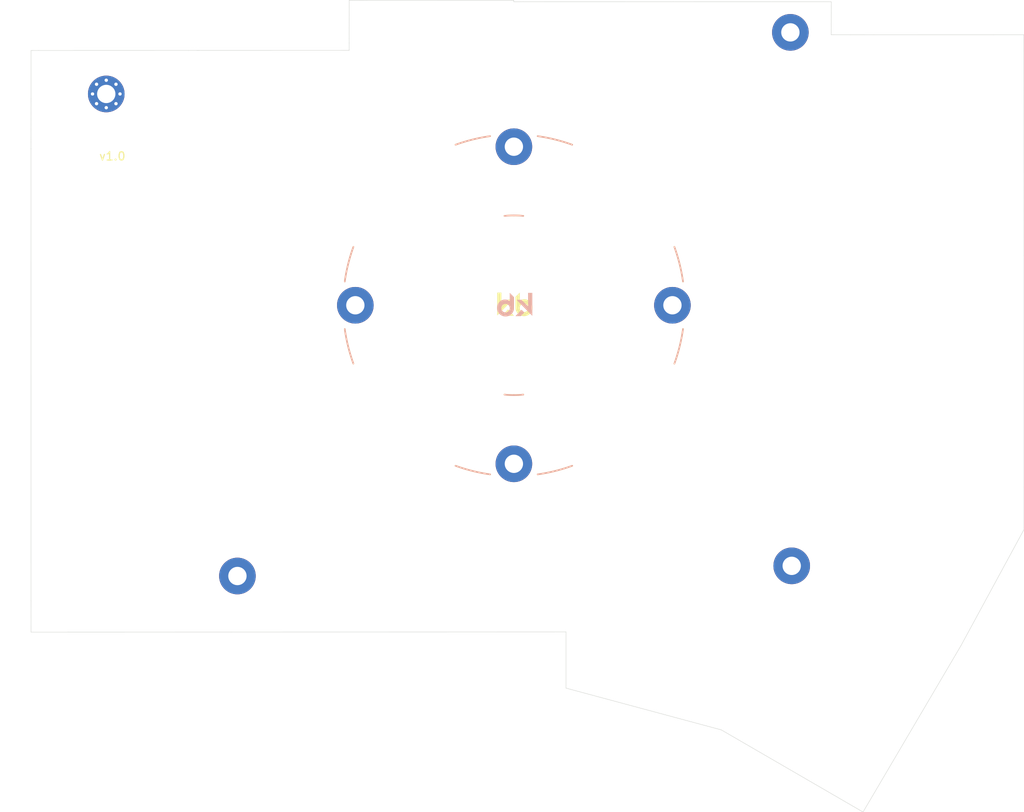
<source format=kicad_pcb>
(kicad_pcb (version 20211014) (generator pcbnew)
  (title_block (title "TOTEM split keyboard") (date "2022-11-03") (rev "0.3") (comment 1 "Made by GEIST"))
  (layers (0 "F.Cu" signal) (31 "B.Cu" signal) (34 "B.Paste" user) (35 "F.Paste" user) (36 "B.SilkS" user "B.Silkscreen") (37 "F.SilkS" user "F.Silkscreen") (38 "B.Mask" user) (39 "F.Mask" user) (44 "Edge.Cuts" user))
  (net 0 "")
  (footprint "MountingHole:MountingHole_2.2mm_M2_Pad_Via" (layer "F.Cu") (at 34.847662 54.186518)
    (fp_text reference "Mounting 04" hide)
    (fp_text value "MountingHole_2.2mm_M2_Pad_Via")
    (pad "1" thru_hole circle locked (at 1.65 0) (size 0.7 0.7) (drill 0.4) (layers F&B.Cu *.Mask))
    (pad "1" thru_hole circle locked (at 1.166726 1.166726) (size 0.7 0.7) (drill 0.4) (layers F&B.Cu *.Mask))
    (pad "1" thru_hole circle locked (at 0 -1.65) (size 0.7 0.7) (drill 0.4) (layers F&B.Cu *.Mask))
    (pad "1" thru_hole circle locked (at -1.65 0) (size 0.7 0.7) (drill 0.4) (layers F&B.Cu *.Mask))
    (pad "1" thru_hole circle locked (at -1.166726 1.166726) (size 0.7 0.7) (drill 0.4) (layers F&B.Cu *.Mask))
    (pad "1" thru_hole circle locked (at -1.166726 -1.166726) (size 0.7 0.7) (drill 0.4) (layers F&B.Cu *.Mask))
    (pad "1" thru_hole circle locked (at 0 0) (size 4.4 4.4) (drill 2.2) (layers F&B.Cu *.Mask))
    (pad "1" thru_hole circle locked (at 0 1.65) (size 0.7 0.7) (drill 0.4) (layers F&B.Cu *.Mask))
    (pad "1" thru_hole circle locked (at 1.166726 -1.166726) (size 0.7 0.7) (drill 0.4) (layers F&B.Cu *.Mask))
  )
  (footprint "kbd:Tenting_Puck2" (layer "F.Cu") (at 83.825 79.575)
    (fp_text reference "REF**")
    (fp_text value "Tenting Puck")
    (fp_arc (start 20.32 2.8575) (mid 19.91151 4.959786) (end 19.286134 7.008048) (layer "B.SilkS") (width 0.2))
    (fp_arc (start -1.128385 -10.735864) (mid -0.564967 -10.780206) (end 0 -10.795) (layer "B.SilkS") (width 0.2))
    (fp_arc (start -20.32 -2.8575) (mid -19.91151 -4.959784) (end -19.286136 -7.008044) (layer "B.SilkS") (width 0.2))
    (fp_arc (start 0 10.795) (mid -0.564967 10.780206) (end -1.128385 10.735864) (layer "B.SilkS") (width 0.2))
    (fp_arc (start -7.008046 -19.286135) (mid -4.959785 -19.91151) (end -2.8575 -20.32) (layer "B.SilkS") (width 0.2))
    (fp_arc (start 1.128385 10.735864) (mid 0.564967 10.780206) (end 0 10.795) (layer "B.SilkS") (width 0.2))
    (fp_arc (start 7.008045 19.286135) (mid 4.959785 19.91151) (end 2.8575 20.32) (layer "B.SilkS") (width 0.2))
    (fp_arc (start -19.286135 7.008046) (mid -19.91151 4.959785) (end -20.32 2.8575) (layer "B.SilkS") (width 0.2))
    (fp_arc (start 19.286134 -7.008048) (mid 19.91151 -4.959786) (end 20.32 -2.8575) (layer "B.SilkS") (width 0.2))
    (fp_arc (start 2.8575 -20.32) (mid 4.959787 -19.91151) (end 7.008049 -19.286134) (layer "B.SilkS") (width 0.2))
    (fp_arc (start 0 -10.795) (mid 0.564967 -10.780206) (end 1.128385 -10.735864) (layer "B.SilkS") (width 0.2))
    (fp_arc (start -2.8575 20.32) (mid -4.959785 19.91151) (end -7.008045 19.286135) (layer "B.SilkS") (width 0.2))
    (fp_poly (pts (xy 0.904718 0.554575) (xy 0.882015 0.577438) (xy 0.847536 0.612969) (xy 0.803267 0.659061) (xy 0.7512 0.713607) (xy 0.693321 0.774501) (xy 0.631622 0.839636) (xy 0.568089 0.906906) (xy 0.504714 0.974204) (xy 0.443484 1.039423) (xy 0.386388 1.100458) (xy 0.335416 1.155201) (xy 0.292556 1.201546) (xy 0.259798 1.237386) (xy 0.23913 1.260615) (xy 0.236837 1.263306) (xy 0.208536 1.296941) (xy 0.82855 1.296941) (xy 1.0019 1.120872) (xy 1.055642 1.066129) (xy 1.105925 1.014616) (xy 1.149741 0.969436) (xy 1.184087 0.93369) (xy 1.205955 0.910481) (xy 1.209132 0.906989) (xy 1.243014 0.869174) (xy 1.081979 0.70783) (xy 1.032266 0.658375) (xy 0.988042 0.61505) (xy 0.951895 0.580337) (xy 0.926413 0.556717) (xy 0.914184 0.546669) (xy 0.913653 0.546486) (xy 0.904718 0.554575)) (layer "B.SilkS") (width 0.01) (fill solid))
    (fp_poly (pts (xy 1.711498 0.148044) (xy 0.908552 -0.654656) (xy 0.620184 -0.651562) (xy 0.331816 -0.648469) (xy 1.17904 0.211668) (xy 1.296965 0.331391) (xy 1.411764 0.44794) (xy 1.522218 0.56008) (xy 1.62711 0.666573) (xy 1.725222 0.766184) (xy 1.815337 0.857677) (xy 1.896236 0.939814) (xy 1.966703 1.011359) (xy 2.025519 1.071077) (xy 2.071466 1.117731) (xy 2.103327 1.150084) (xy 2.117108 1.16408) (xy 2.207952 1.256356) (xy 2.207952 -1.485514) (xy 1.711498 -1.485514) (xy 1.711498 0.148044)) (layer "B.SilkS") (width 0.01) (fill solid))
    (fp_poly (pts (xy -0.493536 -0.986173) (xy -0.493728 -0.881933) (xy -0.494217 -0.785188) (xy -0.494967 -0.698302) (xy -0.495943 -0.62364) (xy -0.497112 -0.563565) (xy -0.498439 -0.520442) (xy -0.499888 -0.496635) (xy -0.500796 -0.492605) (xy -0.513227 -0.498919) (xy -0.538073 -0.515262) (xy -0.562207 -0.532464) (xy -0.676904 -0.603186) (xy -0.79912 -0.65229) (xy -0.929503 -0.679966) (xy -1.068704 -0.686404) (xy -1.086516 -0.685736) (xy -1.176151 -0.679184) (xy -1.252634 -0.667247) (xy -1.324286 -0.647755) (xy -1.399424 -0.618538) (xy -1.469275 -0.585899) (xy -1.597208 -0.510606) (xy -1.710128 -0.418626) (xy -1.807022 -0.311637) (xy -1.88688 -0.191312) (xy -1.94869 -0.059327) (xy -1.991442 0.082642) (xy -2.014123 0.232921) (xy -2.017684 0.322591) (xy -2.007393 0.475069) (xy -1.976037 0.619633) (xy -1.922892 0.758869) (xy -1.865637 0.865788) (xy -1.779925 0.986081) (xy -1.678312 1.09093) (xy -1.562979 1.179252) (xy -1.436104 1.249966) (xy -1.299868 1.301989) (xy -1.156449 1.334242) (xy -1.008028 1.345641) (xy -0.907782 1.341158) (xy -0.763174 1.316277) (xy -0.622606 1.270002) (xy -0.489433 1.204023) (xy -0.367013 1.120026) (xy -0.258701 1.0197) (xy -0.250307 1.010534) (xy -0.169176 0.906414) (xy -0.099484 0.788232) (xy -0.044318 0.662369) (xy -0.006765 0.535209) (xy 0.002104 0.488759) (xy 0.004717 0.460364) (xy 0.007062 0.410292) (xy 0.008531 0.359958) (xy -0.487807 0.359958) (xy -0.498379 0.457507) (xy -0.528811 0.551526) (xy -0.557465 0.605671) (xy -0.624399 0.693954) (xy -0.70388 0.764831) (xy -0.793312 0.817324) (xy -0.890098 0.850456) (xy -0.991639 0.86325) (xy -1.09534 0.854729) (xy -1.168167 0.835441) (xy -1.211164 0.819355) (xy -1.252069 0.801995) (xy -1.268236 0.794219) (xy -1.313522 0.763215) (xy -1.362845 0.717021) (xy -1.410902 0.661565) (xy -1.452387 0.602771) (xy -1.473875 0.564444) (xy -1.494056 0.520198) (xy -1.506701 0.48159) (xy -1.514058 0.439298) (xy -1.518376 0.383995) (xy -1.518658 0.378705) (xy -1.51529 0.27146) (xy -1.492434 0.173568) (xy -1.448782 0.080145) (xy -1.431012 0.051616) (xy -1.36647 -0.026288) (xy -1.287653 -0.088458) (xy -1.198017 -0.133954) (xy -1.101018 -0.161832) (xy -1.000114 -0.171152) (xy -0.898762 -0.16097) (xy -0.800416 -0.130345) (xy -0.786413 -0.124059) (xy -0.698461 -0.07111) (xy -0.624471 -0.002896) (xy -0.565428 0.07745) (xy -0.522315 0.166797) (xy -0.496113 0.26201) (xy -0.487807 0.359958) (xy 0.008531 0.359958) (xy 0.009115 0.339955) (xy 0.010854 0.250766) (xy 0.012257 0.144137) (xy 0.013301 0.021481) (xy 0.013965 -0.115791) (xy 0.014226 -0.266265) (xy 0.014229 -0.278001) (xy 0.014316 -0.969715) (xy -0.493388 -1.479741) (xy -0.493536 -0.986173)) (layer "B.SilkS") (width 0.01) (fill solid))
    (fp_arc (start 2.8575 -20.32) (mid 4.959786 -19.91151) (end 7.008047 -19.286134) (layer "F.SilkS") (width 0.2))
    (fp_arc (start 0 -10.795) (mid 0.564967 -10.780206) (end 1.128385 -10.735864) (layer "F.SilkS") (width 0.2))
    (fp_arc (start 0 10.795) (mid -0.564967 10.780206) (end -1.128385 10.735864) (layer "F.SilkS") (width 0.2))
    (fp_arc (start -19.286134 7.008047) (mid -19.91151 4.959786) (end -20.32 2.8575) (layer "F.SilkS") (width 0.2))
    (fp_arc (start -7.008048 -19.286134) (mid -4.959786 -19.91151) (end -2.8575 -20.32) (layer "F.SilkS") (width 0.2))
    (fp_arc (start -2.8575 20.32) (mid -4.959785 19.91151) (end -7.008046 19.286135) (layer "F.SilkS") (width 0.2))
    (fp_arc (start 1.128385 10.735864) (mid 0.564967 10.780206) (end 0 10.795) (layer "F.SilkS") (width 0.2))
    (fp_arc (start -1.128385 -10.735864) (mid -0.564967 -10.780206) (end 0 -10.795) (layer "F.SilkS") (width 0.2))
    (fp_arc (start 19.286135 -7.008045) (mid 19.91151 -4.959785) (end 20.32 -2.8575) (layer "F.SilkS") (width 0.2))
    (fp_arc (start -20.32 -2.8575) (mid -19.91151 -4.959786) (end -19.286134 -7.008048) (layer "F.SilkS") (width 0.2))
    (fp_arc (start 20.32 2.8575) (mid 19.91151 4.959785) (end 19.286135 7.008046) (layer "F.SilkS") (width 0.2))
    (fp_arc (start 7.008047 19.286134) (mid 4.959786 19.91151) (end 2.8575 20.32) (layer "F.SilkS") (width 0.2))
    (fp_poly (pts (xy 0.705279 -1.02235) (xy 0.705471 -0.91811) (xy 0.70596 -0.821365) (xy 0.70671 -0.734479) (xy 0.707686 -0.659817) (xy 0.708855 -0.599742) (xy 0.710182 -0.556619) (xy 0.711631 -0.532812) (xy 0.712539 -0.528782) (xy 0.72497 -0.535096) (xy 0.749816 -0.551439) (xy 0.77395 -0.568641) (xy 0.888647 -0.639363) (xy 1.010863 -0.688467) (xy 1.141246 -0.716143) (xy 1.280447 -0.722581) (xy 1.298259 -0.721913) (xy 1.387894 -0.715361) (xy 1.464377 -0.703424) (xy 1.536029 -0.683932) (xy 1.611167 -0.654715) (xy 1.681018 -0.622076) (xy 1.808951 -0.546783) (xy 1.921871 -0.454803) (xy 2.018765 -0.347814) (xy 2.098623 -0.227489) (xy 2.160433 -0.095504) (xy 2.203185 0.046465) (xy 2.225866 0.196744) (xy 2.229427 0.286414) (xy 2.219136 0.438892) (xy 2.18778 0.583456) (xy 2.134635 0.722692) (xy 2.07738 0.829611) (xy 1.991668 0.949904) (xy 1.890055 1.054753) (xy 1.774722 1.143075) (xy 1.647847 1.213789) (xy 1.511611 1.265812) (xy 1.368192 1.298065) (xy 1.219771 1.309464) (xy 1.119525 1.304981) (xy 0.974917 1.2801) (xy 0.834349 1.233825) (xy 0.701176 1.167846) (xy 0.578756 1.083849) (xy 0.470444 0.983523) (xy 0.46205 0.974357) (xy 0.380919 0.870237) (xy 0.311227 0.752055) (xy 0.256061 0.626192) (xy 0.218508 0.499032) (xy 0.209639 0.452582) (xy 0.207026 0.424187) (xy 0.204681 0.374115) (xy 0.203212 0.323781) (xy 0.69955 0.323781) (xy 0.710122 0.42133) (xy 0.740554 0.515349) (xy 0.769208 0.569494) (xy 0.836142 0.657777) (xy 0.915623 0.728654) (xy 1.005055 0.781147) (xy 1.101841 0.814279) (xy 1.203382 0.827073) (xy 1.307083 0.818552) (xy 1.37991 0.799264) (xy 1.422907 0.783178) (xy 1.463812 0.765818) (xy 1.479979 0.758042) (xy 1.525265 0.727038) (xy 1.574588 0.680844) (xy 1.622645 0.625388) (xy 1.66413 0.566594) (xy 1.685618 0.528267) (xy 1.705799 0.484021) (xy 1.718444 0.445413) (xy 1.725801 0.403121) (xy 1.730119 0.347818) (xy 1.730401 0.342528) (xy 1.727033 0.235283) (xy 1.704177 0.137391) (xy 1.660525 0.043968) (xy 1.642755 0.015439) (xy 1.578213 -0.062465) (xy 1.499396 -0.124635) (xy 1.40976 -0.170131) (xy 1.312761 -0.198009) (xy 1.211857 -0.207329) (xy 1.110505 -0.197147) (xy 1.012159 -0.166522) (xy 0.998156 -0.160236) (xy 0.910204 -0.107287) (xy 0.836214 -0.039073) (xy 0.777171 0.041273) (xy 0.734058 0.13062) (xy 0.707856 0.225833) (xy 0.69955 0.323781) (xy 0.203212 0.323781) (xy 0.202628 0.303778) (xy 0.200889 0.214589) (xy 0.199486 0.10796) (xy 0.198442 -0.014696) (xy 0.197778 -0.151968) (xy 0.197517 -0.302442) (xy 0.197514 -0.314178) (xy 0.197427 -1.005892) (xy 0.705131 -1.515918) (xy 0.705279 -1.02235)) (layer "F.SilkS") (width 0.01) (fill solid))
    (fp_poly (pts (xy -0.692975 0.518398) (xy -0.670272 0.541261) (xy -0.635793 0.576792) (xy -0.591524 0.622884) (xy -0.539457 0.67743) (xy -0.481578 0.738324) (xy -0.419879 0.803459) (xy -0.356346 0.870729) (xy -0.292971 0.938027) (xy -0.231741 1.003246) (xy -0.174645 1.064281) (xy -0.123673 1.119024) (xy -0.080813 1.165369) (xy -0.048055 1.201209) (xy -0.027387 1.224438) (xy -0.025094 1.227129) (xy 0.003207 1.260764) (xy -0.616807 1.260764) (xy -0.790157 1.084695) (xy -0.843899 1.029952) (xy -0.894182 0.978439) (xy -0.937998 0.933259) (xy -0.972344 0.897513) (xy -0.994212 0.874304) (xy -0.997389 0.870812) (xy -1.031271 0.832997) (xy -0.870236 0.671653) (xy -0.820523 0.622198) (xy -0.776299 0.578873) (xy -0.740152 0.54416) (xy -0.71467 0.52054) (xy -0.702441 0.510492) (xy -0.70191 0.510309) (xy -0.692975 0.518398)) (layer "F.SilkS") (width 0.01) (fill solid))
    (fp_poly (pts (xy -1.499755 0.111867) (xy -0.696809 -0.690833) (xy -0.408441 -0.687739) (xy -0.120073 -0.684646) (xy -0.967297 0.175491) (xy -1.085222 0.295214) (xy -1.200021 0.411763) (xy -1.310475 0.523903) (xy -1.415367 0.630396) (xy -1.513479 0.730007) (xy -1.603594 0.8215) (xy -1.684493 0.903637) (xy -1.75496 0.975182) (xy -1.813776 1.0349) (xy -1.859723 1.081554) (xy -1.891584 1.113907) (xy -1.905365 1.127903) (xy -1.996209 1.220179) (xy -1.996209 -1.521691) (xy -1.499755 -1.521691) (xy -1.499755 0.111867)) (layer "F.SilkS") (width 0.01) (fill solid))
    (pad "1" thru_hole circle locked (at -19.05 0) (size 4.4 4.4) (drill 2.2) (layers F&B.Cu *.Mask))
    (pad "1" thru_hole circle locked (at 19.05 0) (size 4.4 4.4) (drill 2.2) (layers F&B.Cu *.Mask))
    (pad "1" thru_hole circle locked (at 0 -19.05) (size 4.4 4.4) (drill 2.2) (layers F&B.Cu *.Mask))
    (pad "1" thru_hole circle locked (at 0 19.05) (size 4.4 4.4) (drill 2.2) (layers F&B.Cu *.Mask))
  )
  (footprint "" (layer "F.Cu") (at 50.607662 112.106518)
    (fp_text reference "" (at 0 0) (layer "F.SilkS") (effects (font (size 1.27 1.27))))
    (fp_text value "" (at 0 0) (layer "F.SilkS") (effects (font (size 1.27 1.27))))
    (pad "1" thru_hole circle locked (at 0 0) (size 4.4 4.4) (drill 2.2) (layers F&B.Cu *.Mask))
  )
  (footprint "" (layer "F.Cu") (at 117.047662 46.786518)
    (fp_text reference "" (at 0 0) (layer "F.SilkS") (effects (font (size 1.27 1.27))))
    (fp_text value "" (at 0 0) (layer "F.SilkS") (effects (font (size 1.27 1.27))))
    (pad "1" thru_hole circle locked (at 0 0) (size 4.4 4.4) (drill 2.2) (layers F&B.Cu *.Mask))
  )
  (footprint "" (layer "F.Cu") (at 117.207662 110.886518)
    (fp_text reference "" (at 0 0) (layer "F.SilkS") (effects (font (size 1.27 1.27))))
    (fp_text value "" (at 0 0) (layer "F.SilkS") (effects (font (size 1.27 1.27))))
    (pad "1" thru_hole circle locked (at 0 0) (size 4.4 4.4) (drill 2.2) (layers F&B.Cu *.Mask))
  )
  (gr_line (start 26.707662 48.960664) (end 44.737662 48.956518) (layer "Edge.Cuts") (width 0.05))
  (gr_line (start 145.099662 47.078268) (end 145.111662 73.614268) (layer "Edge.Cuts") (width 0.05))
  (gr_line (start 65.477117 42.925962) (end 65.587117 42.925962) (layer "Edge.Cuts") (width 0.05))
  (gr_line (start 121.952662 43.105386) (end 121.022662 43.104445) (layer "Edge.Cuts") (width 0.05))
  (gr_line (start 65.387117 42.925962) (end 65.477117 42.925962) (layer "Edge.Cuts") (width 0.05))
  (gr_line (start 25.80552 115.092197) (end 25.802662 60.801939) (layer "Edge.Cuts") (width 0.05))
  (gr_line (start 84.962662 43.112737) (end 102.992662 43.108591) (layer "Edge.Cuts") (width 0.05))
  (gr_line (start 65.387117 42.925962) (end 64.522117 42.925962) (layer "Edge.Cuts") (width 0.05))
  (gr_line (start 121.952662 43.105386) (end 121.947668 47.076518) (layer "Edge.Cuts") (width 0.05))
  (gr_line (start 45.797662 48.955529) (end 44.737662 48.956518) (layer "Edge.Cuts") (width 0.05))
  (gr_line (start 83.617117 42.921816) (end 83.817662 42.921816) (layer "Edge.Cuts") (width 0.05))
  (gr_line (start 84.962662 43.112737) (end 83.817662 43.116518) (layer "Edge.Cuts") (width 0.05))
  (gr_line (start 26.707662 48.960664) (end 26.007651 48.961653) (layer "Edge.Cuts") (width 0.05))
  (gr_line (start 65.587117 42.925962) (end 83.617117 42.921816) (layer "Edge.Cuts") (width 0.05))
  (gr_line (start 25.80552 115.092197) (end 25.807662 118.846518) (layer "Edge.Cuts") (width 0.05))
  (gr_line (start 90.087662 125.576518) (end 108.747662 130.596518) (layer "Edge.Cuts") (width 0.05))
  (gr_line (start 137.539341 120.48091) (end 145.11184 106.527695) (layer "Edge.Cuts") (width 0.05))
  (gr_line (start 25.802651 59.37762) (end 25.807662 54.776518) (layer "Edge.Cuts") (width 0.05))
  (gr_line (start 137.539341 120.48091) (end 125.777662 140.466518) (layer "Edge.Cuts") (width 0.05))
  (gr_line (start 25.807662 54.776518) (end 25.807662 48.961653) (layer "Edge.Cuts") (width 0.05))
  (gr_line (start 25.807662 48.961653) (end 26.007651 48.961653) (layer "Edge.Cuts") (width 0.05))
  (gr_line (start 45.997662 48.955529) (end 64.027662 48.951383) (layer "Edge.Cuts") (width 0.05))
  (gr_line (start 45.797662 48.955529) (end 45.887662 48.955529) (layer "Edge.Cuts") (width 0.05))
  (gr_line (start 25.802651 59.917074) (end 25.802651 60.742074) (layer "Edge.Cuts") (width 0.05))
  (gr_line (start 127.069662 47.082414) (end 145.099662 47.078268) (layer "Edge.Cuts") (width 0.05))
  (gr_line (start 64.032662 42.925962) (end 64.522117 42.925962) (layer "Edge.Cuts") (width 0.05))
  (gr_line (start 64.027651 48.066518) (end 64.027651 48.891518) (layer "Edge.Cuts") (width 0.05))
  (gr_line (start 45.887662 48.955529) (end 45.997662 48.955529) (layer "Edge.Cuts") (width 0.05))
  (gr_line (start 108.747662 130.596518) (end 125.777662 140.466518) (layer "Edge.Cuts") (width 0.05))
  (gr_line (start 145.11184 101.447695) (end 145.11184 106.527695) (layer "Edge.Cuts") (width 0.05))
  (gr_line (start 25.807662 118.846518) (end 90.087662 118.826518) (layer "Edge.Cuts") (width 0.05))
  (gr_line (start 64.027651 47.527064) (end 64.027651 48.066518) (layer "Edge.Cuts") (width 0.05))
  (gr_line (start 25.802651 60.742074) (end 25.802662 60.801939) (layer "Edge.Cuts") (width 0.05))
  (gr_line (start 102.992662 43.108591) (end 121.022662 43.104445) (layer "Edge.Cuts") (width 0.05))
  (gr_line (start 64.027651 47.527064) (end 64.032662 42.925962) (layer "Edge.Cuts") (width 0.05))
  (gr_line (start 121.947668 47.076518) (end 127.069662 47.082414) (layer "Edge.Cuts") (width 0.05))
  (gr_line (start 145.111662 73.614268) (end 145.11184 101.447695) (layer "Edge.Cuts") (width 0.05))
  (gr_line (start 90.087662 118.826518) (end 90.087662 125.576518) (layer "Edge.Cuts") (width 0.05))
  (gr_line (start 64.027651 48.891518) (end 64.027662 48.951383) (layer "Edge.Cuts") (width 0.05))
  (gr_line (start 83.817662 43.116518) (end 83.817662 42.921816) (layer "Edge.Cuts") (width 0.05))
  (gr_line (start 25.802651 59.37762) (end 25.802651 59.917074) (layer "Edge.Cuts") (width 0.05))
  (gr_text "v1.0" (at 35.581662 61.667518) (layer "F.SilkS") (effects (font (size 1 1))))
)
</source>
